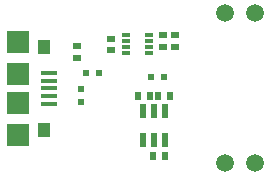
<source format=gtp>
G04*
G04 #@! TF.GenerationSoftware,Altium Limited,Altium Designer,21.2.0 (30)*
G04*
G04 Layer_Color=8421504*
%FSLAX25Y25*%
%MOIN*%
G70*
G04*
G04 #@! TF.SameCoordinates,97C633C7-0035-430A-B59B-8A352E4D0A73*
G04*
G04*
G04 #@! TF.FilePolarity,Positive*
G04*
G01*
G75*
%ADD13R,0.01968X0.02362*%
%ADD14R,0.02362X0.01968*%
G04:AMPARAMS|DCode=15|XSize=29.13mil|YSize=11.02mil|CornerRadius=1.38mil|HoleSize=0mil|Usage=FLASHONLY|Rotation=0.000|XOffset=0mil|YOffset=0mil|HoleType=Round|Shape=RoundedRectangle|*
%AMROUNDEDRECTD15*
21,1,0.02913,0.00827,0,0,0.0*
21,1,0.02638,0.01102,0,0,0.0*
1,1,0.00276,0.01319,-0.00413*
1,1,0.00276,-0.01319,-0.00413*
1,1,0.00276,-0.01319,0.00413*
1,1,0.00276,0.01319,0.00413*
%
%ADD15ROUNDEDRECTD15*%
G04:AMPARAMS|DCode=16|XSize=47.64mil|YSize=22.84mil|CornerRadius=2.85mil|HoleSize=0mil|Usage=FLASHONLY|Rotation=270.000|XOffset=0mil|YOffset=0mil|HoleType=Round|Shape=RoundedRectangle|*
%AMROUNDEDRECTD16*
21,1,0.04764,0.01713,0,0,270.0*
21,1,0.04193,0.02284,0,0,270.0*
1,1,0.00571,-0.00856,-0.02097*
1,1,0.00571,-0.00856,0.02097*
1,1,0.00571,0.00856,0.02097*
1,1,0.00571,0.00856,-0.02097*
%
%ADD16ROUNDEDRECTD16*%
%ADD17C,0.05906*%
%ADD18R,0.02756X0.02362*%
%ADD19R,0.02362X0.02756*%
%ADD20R,0.03937X0.04724*%
%ADD21R,0.05315X0.01575*%
%ADD22R,0.07480X0.07480*%
D13*
X56496Y35039D02*
D03*
X52165D02*
D03*
X34843Y36220D02*
D03*
X30512D02*
D03*
D14*
X29134Y30906D02*
D03*
Y26575D02*
D03*
D15*
X43957Y48917D02*
D03*
Y46949D02*
D03*
Y44980D02*
D03*
Y43012D02*
D03*
X51713D02*
D03*
Y44980D02*
D03*
Y46949D02*
D03*
Y48917D02*
D03*
D16*
X49508Y13858D02*
D03*
X53248D02*
D03*
X56988D02*
D03*
X49508Y23740D02*
D03*
X53248D02*
D03*
X56988D02*
D03*
D17*
X77008Y56260D02*
D03*
X87008D02*
D03*
X77008Y6260D02*
D03*
X87008D02*
D03*
D18*
X39092Y47720D02*
D03*
Y43783D02*
D03*
X56415Y48902D02*
D03*
Y44965D02*
D03*
X60352Y48902D02*
D03*
Y44965D02*
D03*
X27559Y45276D02*
D03*
Y41339D02*
D03*
D19*
X54724Y28642D02*
D03*
X58661D02*
D03*
X51870D02*
D03*
X47933D02*
D03*
X57087Y8563D02*
D03*
X53150D02*
D03*
D20*
X16733Y17322D02*
D03*
Y44881D02*
D03*
D21*
X18406Y36220D02*
D03*
Y33661D02*
D03*
Y31102D02*
D03*
Y28543D02*
D03*
Y25984D02*
D03*
D22*
X7874Y46653D02*
D03*
Y15551D02*
D03*
Y35826D02*
D03*
Y26378D02*
D03*
M02*

</source>
